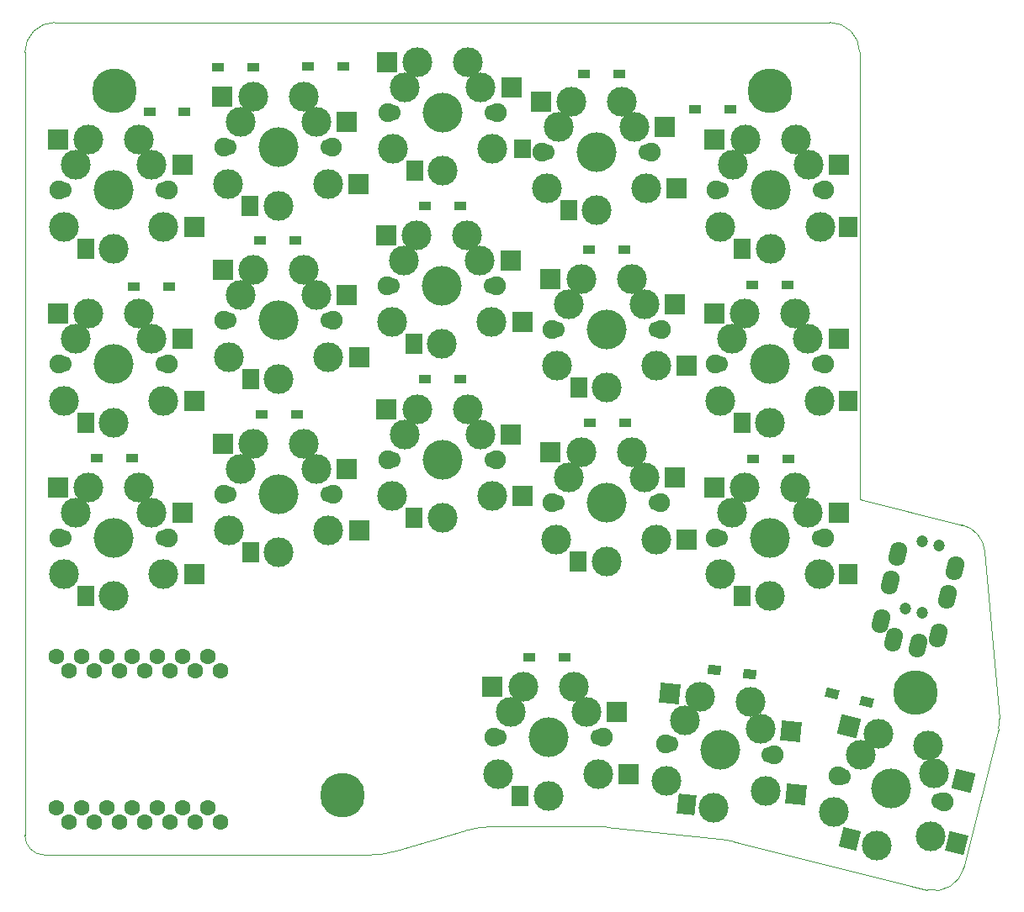
<source format=gts>
%TF.GenerationSoftware,KiCad,Pcbnew,(6.0.6)*%
%TF.CreationDate,2022-11-03T11:36:57+09:00*%
%TF.ProjectId,split-mini,73706c69-742d-46d6-996e-692e6b696361,rev?*%
%TF.SameCoordinates,Original*%
%TF.FileFunction,Soldermask,Top*%
%TF.FilePolarity,Negative*%
%FSLAX46Y46*%
G04 Gerber Fmt 4.6, Leading zero omitted, Abs format (unit mm)*
G04 Created by KiCad (PCBNEW (6.0.6)) date 2022-11-03 11:36:57*
%MOMM*%
%LPD*%
G01*
G04 APERTURE LIST*
G04 Aperture macros list*
%AMHorizOval*
0 Thick line with rounded ends*
0 $1 width*
0 $2 $3 position (X,Y) of the first rounded end (center of the circle)*
0 $4 $5 position (X,Y) of the second rounded end (center of the circle)*
0 Add line between two ends*
20,1,$1,$2,$3,$4,$5,0*
0 Add two circle primitives to create the rounded ends*
1,1,$1,$2,$3*
1,1,$1,$4,$5*%
%AMRotRect*
0 Rectangle, with rotation*
0 The origin of the aperture is its center*
0 $1 length*
0 $2 width*
0 $3 Rotation angle, in degrees counterclockwise*
0 Add horizontal line*
21,1,$1,$2,0,0,$3*%
G04 Aperture macros list end*
%TA.AperFunction,Profile*%
%ADD10C,0.100000*%
%TD*%
%ADD11R,1.300000X0.950000*%
%ADD12C,3.000000*%
%ADD13C,1.700000*%
%ADD14C,1.900000*%
%ADD15C,4.000000*%
%ADD16R,2.000000X2.000000*%
%ADD17R,1.800000X2.000000*%
%ADD18R,1.778000X1.905000*%
%ADD19RotRect,1.300000X0.950000X354.000000*%
%ADD20R,1.900000X2.000000*%
%ADD21C,4.500000*%
%ADD22RotRect,1.300000X0.950000X346.000000*%
%ADD23RotRect,2.000000X2.000000X166.000000*%
%ADD24RotRect,1.950000X2.000000X166.000000*%
%ADD25RotRect,1.800000X2.000000X166.000000*%
%ADD26C,1.200000*%
%ADD27HorizOval,1.700000X-0.096769X-0.388118X0.096769X0.388118X0*%
%ADD28RotRect,2.000000X2.000000X174.000000*%
%ADD29RotRect,1.800000X2.000000X174.000000*%
%ADD30C,1.600000*%
G04 APERTURE END LIST*
D10*
X116123324Y-72166634D02*
G75*
G03*
X113860370Y-69515158I-2988724J-259366D01*
G01*
X103530843Y-66939718D02*
X113860370Y-69515158D01*
X110364219Y-106260861D02*
G75*
G03*
X114000870Y-104075745I725781J2910861D01*
G01*
X21530843Y-102768057D02*
X45530843Y-102768057D01*
X78079754Y-99947838D02*
X89423885Y-101140154D01*
X66703035Y-99893057D02*
X77034469Y-99893057D01*
X45530843Y-102768057D02*
X54083652Y-102768057D01*
X56918659Y-102357777D02*
X63868027Y-100303337D01*
X19530843Y-21893057D02*
X19530843Y-100768057D01*
X117508504Y-90007398D02*
G75*
G03*
X117586379Y-89022217I-2911304J725798D01*
G01*
X103530843Y-21893057D02*
G75*
G03*
X100530843Y-18893057I-3000043J-43D01*
G01*
X78079754Y-99947841D02*
G75*
G03*
X77034469Y-99893057I-1045254J-9944059D01*
G01*
X54083652Y-102768065D02*
G75*
G03*
X56918659Y-102357777I-52J10000165D01*
G01*
X66703035Y-99893053D02*
G75*
G03*
X63868027Y-100303337I65J-10000347D01*
G01*
X22530843Y-18893063D02*
G75*
G03*
X19530843Y-21893057I-3J-2999997D01*
G01*
X114000870Y-104075745D02*
X117508503Y-90007398D01*
X90797818Y-101382418D02*
G75*
G03*
X89423885Y-101140154I-2419118J-9702282D01*
G01*
X19530843Y-100768057D02*
G75*
G03*
X21530843Y-102768057I1999997J-3D01*
G01*
X90797819Y-101382416D02*
X110364217Y-106260867D01*
X100530843Y-18893057D02*
X22530843Y-18893057D01*
X103530843Y-66939718D02*
X103530843Y-21893057D01*
X116123367Y-72166630D02*
X117586379Y-89022217D01*
D11*
%TO.C,D7*%
X43175000Y-40860000D03*
X46725000Y-40860000D03*
%TD*%
D12*
%TO.C,SW6*%
X32290000Y-50750000D03*
X24670000Y-50750000D03*
D13*
X33560000Y-53290000D03*
D12*
X33480000Y-56990000D03*
D14*
X22980000Y-53290000D03*
D15*
X28480000Y-53290000D03*
D12*
X31020000Y-48210000D03*
X23480000Y-56990000D03*
X25940000Y-48210000D03*
D13*
X23400000Y-53290000D03*
D12*
X28480000Y-59190000D03*
D14*
X33980000Y-53290000D03*
D16*
X22880000Y-48210000D03*
X36580000Y-56990000D03*
X35380000Y-50750000D03*
D17*
X25680000Y-59190000D03*
%TD*%
D12*
%TO.C,SW11*%
X33490000Y-74490000D03*
X25950000Y-65710000D03*
D13*
X23410000Y-70790000D03*
D12*
X32300000Y-68250000D03*
X23490000Y-74490000D03*
D13*
X33570000Y-70790000D03*
D14*
X33990000Y-70790000D03*
D12*
X28490000Y-76690000D03*
X24680000Y-68250000D03*
X31030000Y-65710000D03*
D14*
X22990000Y-70790000D03*
D15*
X28490000Y-70790000D03*
D16*
X22890000Y-65710000D03*
X36590000Y-74490000D03*
D17*
X25690000Y-76690000D03*
D16*
X35390000Y-68250000D03*
%TD*%
D11*
%TO.C,D6*%
X30475000Y-45500000D03*
X34025000Y-45500000D03*
%TD*%
D12*
%TO.C,SW9*%
X75500000Y-44720000D03*
D13*
X72960000Y-49800000D03*
D15*
X78040000Y-49800000D03*
D14*
X83540000Y-49800000D03*
D13*
X83120000Y-49800000D03*
D12*
X81850000Y-47260000D03*
X83040000Y-53500000D03*
X73040000Y-53500000D03*
X80580000Y-44720000D03*
X74230000Y-47260000D03*
X78040000Y-55700000D03*
D14*
X72540000Y-49800000D03*
D16*
X86140000Y-53500000D03*
X72440000Y-44720000D03*
X84940000Y-47260000D03*
D17*
X75240000Y-55700000D03*
%TD*%
D12*
%TO.C,SW3*%
X64120000Y-22880000D03*
X66580000Y-31660000D03*
X65390000Y-25420000D03*
D13*
X66660000Y-27960000D03*
D15*
X61580000Y-27960000D03*
D12*
X59040000Y-22880000D03*
X57770000Y-25420000D03*
X61580000Y-33860000D03*
D13*
X56500000Y-27960000D03*
D14*
X67080000Y-27960000D03*
D12*
X56580000Y-31660000D03*
D14*
X56080000Y-27960000D03*
D16*
X55980000Y-22880000D03*
D18*
X69596000Y-31660000D03*
D17*
X58780000Y-33860000D03*
D16*
X68480000Y-25420000D03*
%TD*%
D11*
%TO.C,D9*%
X76285000Y-41790000D03*
X79835000Y-41790000D03*
%TD*%
%TO.C,D16*%
X70295000Y-82880000D03*
X73845000Y-82880000D03*
%TD*%
%TO.C,D11*%
X26755000Y-62780000D03*
X30305000Y-62780000D03*
%TD*%
%TO.C,D14*%
X76345000Y-59250000D03*
X79895000Y-59250000D03*
%TD*%
D19*
%TO.C,D17*%
X88894724Y-84124462D03*
X92425276Y-84495538D03*
%TD*%
D12*
%TO.C,SW5*%
X97080000Y-30700000D03*
D13*
X99620000Y-35780000D03*
D12*
X89540000Y-39480000D03*
D15*
X94540000Y-35780000D03*
D12*
X98350000Y-33240000D03*
D14*
X89040000Y-35780000D03*
D12*
X90730000Y-33240000D03*
D14*
X100040000Y-35780000D03*
D12*
X94540000Y-41680000D03*
X99540000Y-39480000D03*
X92000000Y-30700000D03*
D13*
X89460000Y-35780000D03*
D16*
X88940000Y-30700000D03*
D20*
X102350000Y-39480000D03*
D17*
X91740000Y-41680000D03*
D16*
X101440000Y-33240000D03*
%TD*%
D12*
%TO.C,SW15*%
X91980000Y-65700000D03*
D13*
X89440000Y-70780000D03*
D12*
X98330000Y-68240000D03*
D14*
X89020000Y-70780000D03*
D15*
X94520000Y-70780000D03*
D14*
X100020000Y-70780000D03*
D12*
X94520000Y-76680000D03*
D13*
X99600000Y-70780000D03*
D12*
X90710000Y-68240000D03*
X97060000Y-65700000D03*
X99520000Y-74480000D03*
X89520000Y-74480000D03*
D16*
X88920000Y-65700000D03*
D20*
X102350000Y-74480000D03*
D17*
X91720000Y-76680000D03*
D16*
X101420000Y-68240000D03*
%TD*%
D11*
%TO.C,D13*%
X59765000Y-54820000D03*
X63315000Y-54820000D03*
%TD*%
D13*
%TO.C,SW7*%
X39960000Y-48900000D03*
D12*
X48850000Y-46360000D03*
X47580000Y-43820000D03*
D14*
X50540000Y-48900000D03*
D12*
X41230000Y-46360000D03*
X40040000Y-52600000D03*
D13*
X50120000Y-48900000D03*
D15*
X45040000Y-48900000D03*
D12*
X50040000Y-52600000D03*
X42500000Y-43820000D03*
D14*
X39540000Y-48900000D03*
D12*
X45040000Y-54800000D03*
D16*
X39440000Y-43820000D03*
X53140000Y-52600000D03*
X51940000Y-46360000D03*
D17*
X42240000Y-54800000D03*
%TD*%
D11*
%TO.C,D1*%
X32055000Y-27880000D03*
X35605000Y-27880000D03*
%TD*%
D21*
%TO.C,HOLE5*%
X109130000Y-86360000D03*
%TD*%
D12*
%TO.C,SW16*%
X67191200Y-94620900D03*
D13*
X77271200Y-90920900D03*
X67111200Y-90920900D03*
D12*
X77191200Y-94620900D03*
D14*
X66691200Y-90920900D03*
D12*
X74731200Y-85840900D03*
X72191200Y-96820900D03*
D15*
X72191200Y-90920900D03*
D12*
X68381200Y-88380900D03*
X76001200Y-88380900D03*
X69651200Y-85840900D03*
D14*
X77691200Y-90920900D03*
D16*
X66591200Y-85840900D03*
X80291200Y-94620900D03*
X79091200Y-88380900D03*
D17*
X69391200Y-96820900D03*
%TD*%
D22*
%TO.C,D18*%
X100767725Y-86450589D03*
X104212275Y-87309411D03*
%TD*%
D21*
%TO.C,HOLE4*%
X51500000Y-96760000D03*
%TD*%
D11*
%TO.C,D4*%
X75785000Y-24120000D03*
X79335000Y-24120000D03*
%TD*%
%TO.C,D10*%
X92715000Y-45350000D03*
X96265000Y-45350000D03*
%TD*%
D14*
%TO.C,SW18*%
X112026926Y-97410470D03*
D12*
X103607955Y-92693626D03*
D13*
X111619402Y-97308863D03*
D12*
X105454712Y-90536316D03*
D13*
X101761198Y-94850937D03*
D12*
X110646668Y-100879604D03*
X111001608Y-94537071D03*
D14*
X101353674Y-94749330D03*
D12*
X100943710Y-98460385D03*
X110383814Y-91765279D03*
D15*
X106690300Y-96079900D03*
D12*
X105262961Y-101804645D03*
D23*
X102485607Y-89796035D03*
D24*
X113321200Y-101540900D03*
D23*
X113999822Y-95284610D03*
D25*
X102546133Y-101127263D03*
%TD*%
D26*
%TO.C,J1*%
X111507617Y-71581344D03*
X109814164Y-78373414D03*
X109809600Y-71157980D03*
X108116146Y-77950050D03*
D27*
X109355425Y-81660062D03*
X106978201Y-81067354D03*
X113109779Y-73835912D03*
X107336519Y-72396477D03*
X112384013Y-76746799D03*
X106610754Y-75307364D03*
X111416326Y-80627982D03*
X105643066Y-79188547D03*
%TD*%
D11*
%TO.C,D3*%
X48005000Y-23360000D03*
X51555000Y-23360000D03*
%TD*%
D14*
%TO.C,SW8*%
X66990000Y-45390000D03*
D12*
X66490000Y-49090000D03*
X58950000Y-40310000D03*
X57680000Y-42850000D03*
D14*
X55990000Y-45390000D03*
D12*
X61490000Y-51290000D03*
X56490000Y-49090000D03*
D13*
X56410000Y-45390000D03*
X66570000Y-45390000D03*
D12*
X65300000Y-42850000D03*
D15*
X61490000Y-45390000D03*
D12*
X64030000Y-40310000D03*
D16*
X69590000Y-49090000D03*
X55890000Y-40310000D03*
X68390000Y-42850000D03*
D17*
X58690000Y-51290000D03*
%TD*%
D21*
%TO.C,HOLE2*%
X94500000Y-25740000D03*
%TD*%
D14*
%TO.C,SW17*%
X94943970Y-92702507D03*
D12*
X92531190Y-87340931D03*
X88857382Y-97995279D03*
D13*
X94526271Y-92658605D03*
D12*
X84114735Y-95284689D03*
D13*
X84421929Y-91596595D03*
D15*
X89474100Y-92127600D03*
D12*
X87479019Y-86809926D03*
X93528731Y-89999768D03*
X94059954Y-96329973D03*
D14*
X84004230Y-91552693D03*
D12*
X85950474Y-89203261D03*
D28*
X84435782Y-86490069D03*
X97142972Y-96654012D03*
D29*
X86072721Y-97702599D03*
D28*
X96601803Y-90322761D03*
%TD*%
D30*
%TO.C,U1*%
X23987000Y-99417500D03*
X22688000Y-82785000D03*
X25228000Y-82785000D03*
X26527000Y-99417500D03*
X29067000Y-99417500D03*
X27768000Y-82785000D03*
X31607000Y-99417500D03*
X30308000Y-82785000D03*
X34147000Y-99417500D03*
X32848000Y-82785000D03*
X36687000Y-99417500D03*
X35388000Y-82785000D03*
X39227000Y-99417500D03*
X37928000Y-82785000D03*
X37928000Y-98020000D03*
X39227000Y-84182500D03*
X36687000Y-84182500D03*
X35388000Y-98020000D03*
X34147000Y-84182500D03*
X32848000Y-98020000D03*
X30308000Y-98020000D03*
X31607000Y-84182500D03*
X27768000Y-98020000D03*
X29067000Y-84182500D03*
X25228000Y-98020000D03*
X26527000Y-84182500D03*
X23987000Y-84182500D03*
X22688000Y-98020000D03*
%TD*%
D12*
%TO.C,SW10*%
X91990000Y-48210000D03*
X94530000Y-59190000D03*
X90720000Y-50750000D03*
X89530000Y-56990000D03*
D14*
X89030000Y-53290000D03*
X100030000Y-53290000D03*
D12*
X99530000Y-56990000D03*
D15*
X94530000Y-53290000D03*
D13*
X99610000Y-53290000D03*
D12*
X97070000Y-48210000D03*
D13*
X89450000Y-53290000D03*
D12*
X98340000Y-50750000D03*
D20*
X102350000Y-56990000D03*
D16*
X88930000Y-48210000D03*
D17*
X91730000Y-59190000D03*
D16*
X101430000Y-50750000D03*
%TD*%
D11*
%TO.C,D15*%
X92835000Y-62840000D03*
X96385000Y-62840000D03*
%TD*%
D12*
%TO.C,SW2*%
X45010000Y-37340000D03*
D13*
X39930000Y-31440000D03*
D12*
X47550000Y-26360000D03*
D13*
X50090000Y-31440000D03*
D14*
X50510000Y-31440000D03*
D12*
X40010000Y-35140000D03*
X42470000Y-26360000D03*
D14*
X39510000Y-31440000D03*
D12*
X41200000Y-28900000D03*
D15*
X45010000Y-31440000D03*
D12*
X48820000Y-28900000D03*
X50010000Y-35140000D03*
D16*
X53110000Y-35140000D03*
X39410000Y-26360000D03*
X51910000Y-28900000D03*
D17*
X42210000Y-37340000D03*
%TD*%
D15*
%TO.C,SW13*%
X61520000Y-62910000D03*
D12*
X61520000Y-68810000D03*
D13*
X56440000Y-62910000D03*
D12*
X57710000Y-60370000D03*
X65330000Y-60370000D03*
D13*
X66600000Y-62910000D03*
D12*
X66520000Y-66610000D03*
X56520000Y-66610000D03*
D14*
X56020000Y-62910000D03*
D12*
X64060000Y-57830000D03*
X58980000Y-57830000D03*
D14*
X67020000Y-62910000D03*
D16*
X69620000Y-66610000D03*
X55920000Y-57830000D03*
D17*
X58720000Y-68810000D03*
D16*
X68420000Y-60370000D03*
%TD*%
D21*
%TO.C,HOLE1*%
X28520000Y-25760000D03*
%TD*%
D12*
%TO.C,SW12*%
X48850000Y-63850000D03*
D14*
X50540000Y-66390000D03*
D12*
X45040000Y-72290000D03*
D15*
X45040000Y-66390000D03*
D12*
X50040000Y-70090000D03*
D13*
X50120000Y-66390000D03*
D14*
X39540000Y-66390000D03*
D12*
X47580000Y-61310000D03*
X41230000Y-63850000D03*
X40040000Y-70090000D03*
D13*
X39960000Y-66390000D03*
D12*
X42500000Y-61310000D03*
D16*
X53140000Y-70090000D03*
X39440000Y-61310000D03*
X51940000Y-63850000D03*
D17*
X42240000Y-72290000D03*
%TD*%
D14*
%TO.C,SW14*%
X72530000Y-67300000D03*
D13*
X83110000Y-67300000D03*
D12*
X81840000Y-64760000D03*
X83030000Y-71000000D03*
X80570000Y-62220000D03*
X73030000Y-71000000D03*
X75490000Y-62220000D03*
X78030000Y-73200000D03*
D14*
X83530000Y-67300000D03*
D12*
X74220000Y-64760000D03*
D13*
X72950000Y-67300000D03*
D15*
X78030000Y-67300000D03*
D16*
X72430000Y-62220000D03*
X86130000Y-71000000D03*
X84930000Y-64760000D03*
D17*
X75230000Y-73200000D03*
%TD*%
D14*
%TO.C,SW1*%
X22980000Y-35790000D03*
D12*
X32290000Y-33250000D03*
X33480000Y-39490000D03*
X28480000Y-41690000D03*
D13*
X33560000Y-35790000D03*
X23400000Y-35790000D03*
D14*
X33980000Y-35790000D03*
D12*
X23480000Y-39490000D03*
X25940000Y-30710000D03*
X31020000Y-30710000D03*
X24670000Y-33250000D03*
D15*
X28480000Y-35790000D03*
D16*
X22880000Y-30710000D03*
X36580000Y-39490000D03*
D17*
X25680000Y-41690000D03*
D16*
X35380000Y-33250000D03*
%TD*%
D11*
%TO.C,D5*%
X86965000Y-27670000D03*
X90515000Y-27670000D03*
%TD*%
%TO.C,D8*%
X59765000Y-37380000D03*
X63315000Y-37380000D03*
%TD*%
D12*
%TO.C,SW4*%
X73230000Y-29380000D03*
D13*
X71960000Y-31920000D03*
D12*
X77040000Y-37820000D03*
X80850000Y-29380000D03*
X74500000Y-26840000D03*
X82040000Y-35620000D03*
X72040000Y-35620000D03*
D14*
X71540000Y-31920000D03*
D12*
X79580000Y-26840000D03*
D15*
X77040000Y-31920000D03*
D13*
X82120000Y-31920000D03*
D14*
X82540000Y-31920000D03*
D16*
X85140000Y-35620000D03*
X71440000Y-26840000D03*
D17*
X74240000Y-37820000D03*
D16*
X83940000Y-29380000D03*
%TD*%
D11*
%TO.C,D2*%
X38985000Y-23450000D03*
X42535000Y-23450000D03*
%TD*%
%TO.C,D12*%
X43395000Y-58370000D03*
X46945000Y-58370000D03*
%TD*%
M02*

</source>
